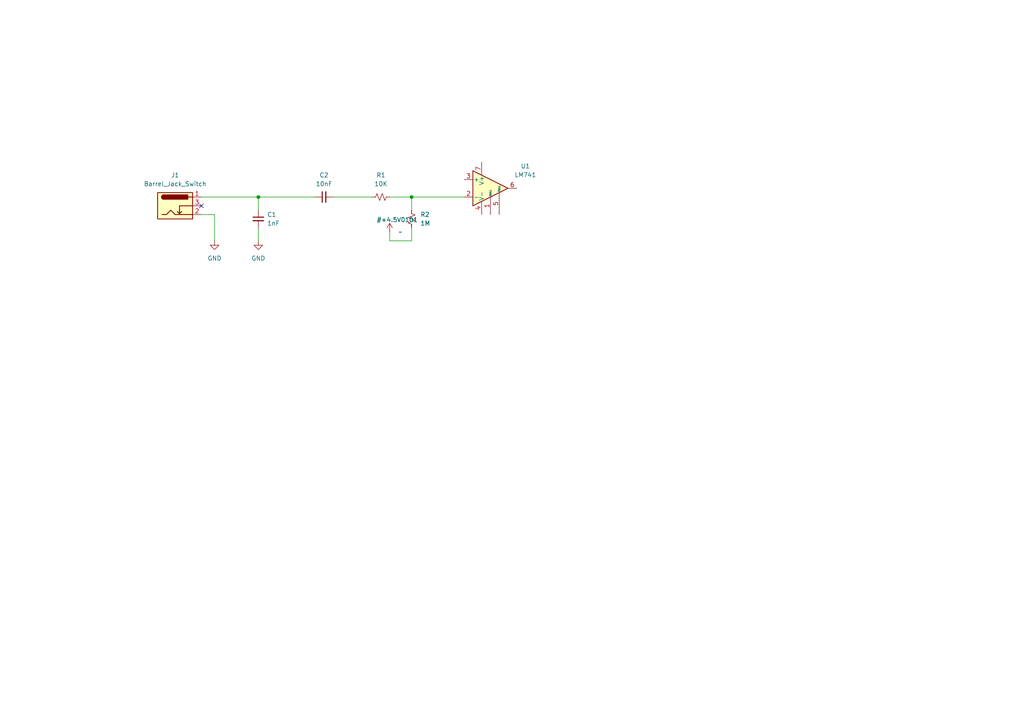
<source format=kicad_sch>
(kicad_sch (version 20250114) (generator "eeschema") (generator_version "9.0")
  (paper "A4")
  (lib_symbols
    (symbol "Amplifier_Operational:LM741" (pin_names (offset 0.127))
      (property "Reference" "U" (at 0 6.35 0))
      (property "Value" "LM741" (at 0 3.81 0))
      (symbol "LM741_0_1"
        (polyline (pts (xy -5.08 5.08) (xy 5.08 0) (xy -5.08 -5.08) (xy -5.08 5.08)) (stroke (width 0.254)) (fill (type background)))
      )
      (symbol "LM741_1_1"
        (pin input line (at -7.62 2.54 0) (length 2.54) (name "+") (number "3"))
        (pin input line (at -7.62 -2.54 0) (length 2.54) (name "-") (number "2"))
        (pin power_in line (at -2.54 7.62 270) (length 3.81) (name "V+") (number "7"))
        (pin power_in line (at -2.54 -7.62 90) (length 3.81) (name "V-") (number "4"))
        (pin no_connect line (at 0 2.54 270) (length 2.54) (hide yes) (name "NC") (number "8"))
        (pin input line (at 0 -7.62 90) (length 5.08) (name "NULL") (number "1"))
        (pin input line (at 2.54 -7.62 90) (length 6.35) (name "NULL") (number "5"))
        (pin output line (at 7.62 0 180) (length 2.54) (name "~") (number "6"))
      )
    )
    (symbol "Connector:Barrel_Jack_Switch" (pin_names (hide yes))
      (property "Reference" "J" (at 0 5.334 0))
      (property "Value" "Barrel_Jack_Switch" (at 0 -5.08 0))
      (symbol "Barrel_Jack_Switch_0_1"
        (rectangle (start -5.08 3.81) (end 5.08 -3.81) (stroke (width 0.254)) (fill (type background)))
        (polyline (pts (xy -3.81 -2.54) (xy -2.54 -2.54) (xy -1.27 -1.27) (xy 0 -2.54) (xy 2.54 -2.54) (xy 5.08 -2.54)) (stroke (width 0.254)))
        (arc (start -3.302 1.905) (mid -3.9343 2.54) (end -3.302 3.175) (stroke (width 0.254)))
        (arc (start -3.302 1.905) (mid -3.9343 2.54) (end -3.302 3.175) (stroke (width 0.254)) (fill (type outline)))
        (polyline (pts (xy 1.27 -2.286) (xy 1.905 -1.651)) (stroke (width 0.254)))
        (rectangle (start 3.683 3.175) (end -3.302 1.905) (stroke (width 0.254)) (fill (type outline)))
        (polyline (pts (xy 5.08 2.54) (xy 3.81 2.54)) (stroke (width 0.254)))
        (polyline (pts (xy 5.08 0) (xy 1.27 0) (xy 1.27 -2.286) (xy 0.635 -1.651)) (stroke (width 0.254)))
      )
      (symbol "Barrel_Jack_Switch_1_1"
        (pin passive line (at 7.62 2.54 180) (length 2.54) (name "~") (number "1"))
        (pin passive line (at 7.62 0 180) (length 2.54) (name "~") (number "3"))
        (pin passive line (at 7.62 -2.54 180) (length 2.54) (name "~") (number "2"))
      )
    )
    (symbol "Device:C_Small" (pin_numbers (hide yes)) (pin_names (offset 0.254) (hide yes))
      (property "Reference" "C" (at 0.254 1.778 0))
      (property "Value" "C_Small" (at 0.254 -2.032 0))
      (symbol "C_Small_0_1"
        (polyline (pts (xy -1.524 0.508) (xy 1.524 0.508)) (stroke (width 0.3048)))
        (polyline (pts (xy -1.524 -0.508) (xy 1.524 -0.508)) (stroke (width 0.3302)))
      )
      (symbol "C_Small_1_1"
        (pin passive line (at 0 2.54 270) (length 2.032) (name "~") (number "1"))
        (pin passive line (at 0 -2.54 90) (length 2.032) (name "~") (number "2"))
      )
    )
    (symbol "Device:R_Small_US" (pin_numbers (hide yes)) (pin_names (offset 0.254) (hide yes))
      (property "Reference" "R" (at 0.762 0.508 0))
      (property "Value" "R_Small_US" (at 0.762 -1.016 0))
      (symbol "R_Small_US_1_1"
        (polyline (pts (xy 0 1.524) (xy 1.016 1.143) (xy 0 0.762) (xy -1.016 0.381) (xy 0 0)))
        (polyline (pts (xy 0 0) (xy 1.016 -0.381) (xy 0 -0.762) (xy -1.016 -1.143) (xy 0 -1.524)))
        (pin passive line (at 0 2.54 270) (length 1.016) (name "~") (number "1"))
        (pin passive line (at 0 -2.54 90) (length 1.016) (name "~") (number "2"))
      )
    )
    (symbol "Distortion:+4.5V" (power) (in_bom no) (on_board no)
      (property "Reference" "+4.5V" (at -3.81 3.556 0))
      (property "Value" "~" (at 2.54 0 0))
      (symbol "+4.5V_0_1"
        (polyline (pts (xy -0.762 1.27) (xy 0 2.54)))
        (polyline (pts (xy 0 2.54) (xy 0.762 1.27)))
        (polyline (pts (xy 0 0) (xy 0 2.54)))
      )
      (symbol "+4.5V_1_1"
        (pin power_in line (at 0 0 90) (length 0) (name "~") (number ""))
      )
    )
    (symbol "power:GND" (power) (pin_numbers (hide yes)) (pin_names (offset 0) (hide yes))
      (property "Value" "GND" (at 0 -3.81 0))
      (symbol "GND_0_1"
        (polyline (pts (xy 0 0) (xy 0 -1.27) (xy 1.27 -1.27) (xy 0 -2.54) (xy -1.27 -1.27) (xy 0 -1.27)))
      )
      (symbol "GND_1_1"
        (pin power_in line (at 0 0 270) (length 0) (name "~") (number "1"))
      )
    )
  )
  (junction (at 74.93 57.15))
  (junction (at 119.38 57.15))
  (no_connect (at 58.42 59.69))
  (wire (pts (xy 58.42 62.23) (xy 62.23 62.23)))
  (wire (pts (xy 119.38 66.04) (xy 119.38 69.85)))
  (wire (pts (xy 113.03 57.15) (xy 119.38 57.15)))
  (wire (pts (xy 96.52 57.15) (xy 107.95 57.15)))
  (wire (pts (xy 74.93 57.15) (xy 91.44 57.15)))
  (wire (pts (xy 74.93 57.15) (xy 74.93 60.96)))
  (wire (pts (xy 119.38 57.15) (xy 134.62 57.15)))
  (wire (pts (xy 74.93 66.04) (xy 74.93 69.85)))
  (wire (pts (xy 119.38 57.15) (xy 119.38 60.96)))
  (wire (pts (xy 58.42 57.15) (xy 74.93 57.15)))
  (wire (pts (xy 62.23 62.23) (xy 62.23 69.85)))
  (wire (pts (xy 119.38 69.85) (xy 113.03 69.85)))
  (wire (pts (xy 113.03 67.31) (xy 113.03 69.85)))
  (symbol (lib_id "power:GND") (at 62.23 69.85 0) (unit 1)
    (property "Reference" "#PWR01" (effects (hide yes)))
    (property "Value" "GND" (at 62.23 74.93 0))
    (property "Description" "Power symbol creates a global label with name \"GND\" , ground" (effects (hide yes)))
  )
  (symbol (lib_id "Distortion:+4.5V") (at 113.03 67.31 0) (unit 1) (in_bom no) (on_board no)
    (property "Reference" "+4.5V" (at 109.22 63.754 0) (effects (justify left)))
    (property "Value" "~" (at 115.57 67.31 0) (effects (justify left)))
  )
  (symbol (lib_id "Device:R_Small_US") (at 119.38 63.5 180) (unit 1)
    (property "Reference" "R2" (at 121.92 62.2299 0) (effects (justify right)))
    (property "Value" "1M" (at 121.92 64.7699 0) (effects (justify right)))
    (property "Description" "Resistor, small US symbol" (effects (hide yes)))
  )
  (symbol (lib_id "Connector:Barrel_Jack_Switch") (at 50.8 59.69 0) (unit 1)
    (property "Reference" "J1" (at 50.8 50.8 0))
    (property "Value" "Barrel_Jack_Switch" (at 50.8 53.34 0))
    (property "Description" "DC Barrel Jack with an internal switch" (effects (hide yes)))
  )
  (symbol (lib_id "Device:R_Small_US") (at 110.49 57.15 90) (unit 1)
    (property "Reference" "R1" (at 110.49 50.8 90))
    (property "Value" "10K" (at 110.49 53.34 90))
    (property "Description" "Resistor, small US symbol" (effects (hide yes)))
  )
  (symbol (lib_id "power:GND") (at 74.93 69.85 0) (unit 1)
    (property "Reference" "#PWR02" (effects (hide yes)))
    (property "Value" "GND" (at 74.93 74.93 0))
    (property "Description" "Power symbol creates a global label with name \"GND\" , ground" (effects (hide yes)))
  )
  (symbol (lib_id "Device:C_Small") (at 74.93 63.5 0) (unit 1)
    (property "Reference" "C1" (at 77.47 62.2362 0) (effects (justify left)))
    (property "Value" "1nF" (at 77.47 64.7762 0) (effects (justify left)))
    (property "Description" "Unpolarized capacitor, small symbol" (effects (hide yes)))
  )
  (symbol (lib_id "Amplifier_Operational:LM741") (at 142.24 54.61 0) (unit 1)
    (property "Reference" "U1" (at 152.4 48.1898 0))
    (property "Value" "LM741" (at 152.4 50.7298 0))
    (property "Datasheet" "http://www.ti.com/lit/ds/symlink/lm741.pdf" (effects (hide yes)))
    (property "Description" "Operational Amplifier, DIP-8/TO-99-8" (effects (hide yes)))
  )
  (symbol (lib_id "Device:C_Small") (at 93.98 57.15 90) (unit 1)
    (property "Reference" "C2" (at 93.9863 50.8 90))
    (property "Value" "10nF" (at 93.9863 53.34 90))
    (property "Description" "Unpolarized capacitor, small symbol" (effects (hide yes)))
  )
)
</source>
